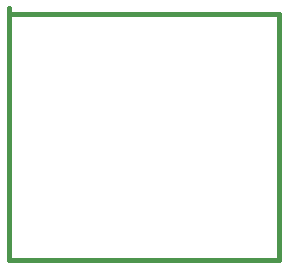
<source format=gbr>
G04 (created by PCBNEW-RS274X (2011-nov-30)-testing) date Sat 11 Aug 2012 02:31:52 AM PDT*
%MOIN*%
G04 Gerber Fmt 3.4, Leading zero omitted, Abs format*
%FSLAX34Y34*%
G01*
G70*
G90*
G04 APERTURE LIST*
%ADD10C,0.006*%
%ADD11C,0.015*%
G04 APERTURE END LIST*
G54D10*
G54D11*
X10000Y9200D02*
X1000Y9200D01*
X10000Y1000D02*
X10000Y9200D01*
X1000Y1000D02*
X10000Y1000D01*
X1000Y9400D02*
X1000Y1000D01*
M02*

</source>
